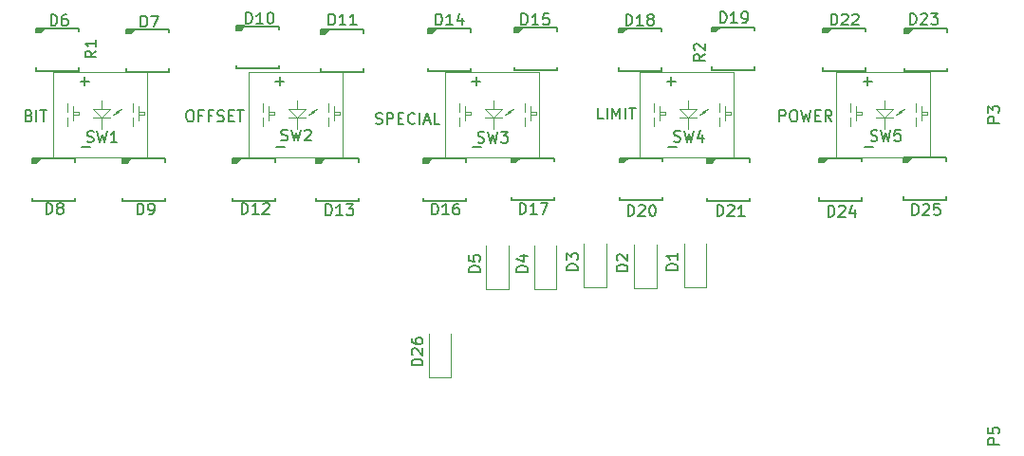
<source format=gbr>
G04 #@! TF.GenerationSoftware,KiCad,Pcbnew,(5.1.6)-1*
G04 #@! TF.CreationDate,2020-11-25T13:13:22+11:00*
G04 #@! TF.ProjectId,RWR_Control_Panel,5257525f-436f-46e7-9472-6f6c5f50616e,-*
G04 #@! TF.SameCoordinates,Original*
G04 #@! TF.FileFunction,Legend,Top*
G04 #@! TF.FilePolarity,Positive*
%FSLAX46Y46*%
G04 Gerber Fmt 4.6, Leading zero omitted, Abs format (unit mm)*
G04 Created by KiCad (PCBNEW (5.1.6)-1) date 2020-11-25 13:13:22*
%MOMM*%
%LPD*%
G01*
G04 APERTURE LIST*
%ADD10C,0.150000*%
%ADD11C,0.127000*%
%ADD12C,0.120000*%
G04 APERTURE END LIST*
D10*
X172499626Y-91822530D02*
X172499626Y-90822530D01*
X172880578Y-90822530D01*
X172975816Y-90870150D01*
X173023435Y-90917769D01*
X173071054Y-91013007D01*
X173071054Y-91155864D01*
X173023435Y-91251102D01*
X172975816Y-91298721D01*
X172880578Y-91346340D01*
X172499626Y-91346340D01*
X173690102Y-90822530D02*
X173880578Y-90822530D01*
X173975816Y-90870150D01*
X174071054Y-90965388D01*
X174118673Y-91155864D01*
X174118673Y-91489197D01*
X174071054Y-91679673D01*
X173975816Y-91774911D01*
X173880578Y-91822530D01*
X173690102Y-91822530D01*
X173594864Y-91774911D01*
X173499626Y-91679673D01*
X173452007Y-91489197D01*
X173452007Y-91155864D01*
X173499626Y-90965388D01*
X173594864Y-90870150D01*
X173690102Y-90822530D01*
X174452007Y-90822530D02*
X174690102Y-91822530D01*
X174880578Y-91108245D01*
X175071054Y-91822530D01*
X175309150Y-90822530D01*
X175690102Y-91298721D02*
X176023435Y-91298721D01*
X176166292Y-91822530D02*
X175690102Y-91822530D01*
X175690102Y-90822530D01*
X176166292Y-90822530D01*
X177166292Y-91822530D02*
X176832959Y-91346340D01*
X176594864Y-91822530D02*
X176594864Y-90822530D01*
X176975816Y-90822530D01*
X177071054Y-90870150D01*
X177118673Y-90917769D01*
X177166292Y-91013007D01*
X177166292Y-91155864D01*
X177118673Y-91251102D01*
X177071054Y-91298721D01*
X176975816Y-91346340D01*
X176594864Y-91346340D01*
X156799102Y-91593930D02*
X156322911Y-91593930D01*
X156322911Y-90593930D01*
X157132435Y-91593930D02*
X157132435Y-90593930D01*
X157608626Y-91593930D02*
X157608626Y-90593930D01*
X157941959Y-91308216D01*
X158275292Y-90593930D01*
X158275292Y-91593930D01*
X158751483Y-91593930D02*
X158751483Y-90593930D01*
X159084816Y-90593930D02*
X159656245Y-90593930D01*
X159370530Y-91593930D02*
X159370530Y-90593930D01*
X136490426Y-92003511D02*
X136633283Y-92051130D01*
X136871378Y-92051130D01*
X136966616Y-92003511D01*
X137014235Y-91955892D01*
X137061854Y-91860654D01*
X137061854Y-91765416D01*
X137014235Y-91670178D01*
X136966616Y-91622559D01*
X136871378Y-91574940D01*
X136680902Y-91527321D01*
X136585664Y-91479702D01*
X136538045Y-91432083D01*
X136490426Y-91336845D01*
X136490426Y-91241607D01*
X136538045Y-91146369D01*
X136585664Y-91098750D01*
X136680902Y-91051130D01*
X136918997Y-91051130D01*
X137061854Y-91098750D01*
X137490426Y-92051130D02*
X137490426Y-91051130D01*
X137871378Y-91051130D01*
X137966616Y-91098750D01*
X138014235Y-91146369D01*
X138061854Y-91241607D01*
X138061854Y-91384464D01*
X138014235Y-91479702D01*
X137966616Y-91527321D01*
X137871378Y-91574940D01*
X137490426Y-91574940D01*
X138490426Y-91527321D02*
X138823759Y-91527321D01*
X138966616Y-92051130D02*
X138490426Y-92051130D01*
X138490426Y-91051130D01*
X138966616Y-91051130D01*
X139966616Y-91955892D02*
X139918997Y-92003511D01*
X139776140Y-92051130D01*
X139680902Y-92051130D01*
X139538045Y-92003511D01*
X139442807Y-91908273D01*
X139395188Y-91813035D01*
X139347569Y-91622559D01*
X139347569Y-91479702D01*
X139395188Y-91289226D01*
X139442807Y-91193988D01*
X139538045Y-91098750D01*
X139680902Y-91051130D01*
X139776140Y-91051130D01*
X139918997Y-91098750D01*
X139966616Y-91146369D01*
X140395188Y-92051130D02*
X140395188Y-91051130D01*
X140823759Y-91765416D02*
X141299950Y-91765416D01*
X140728521Y-92051130D02*
X141061854Y-91051130D01*
X141395188Y-92051130D01*
X142204711Y-92051130D02*
X141728521Y-92051130D01*
X141728521Y-91051130D01*
X119842245Y-90822530D02*
X120032721Y-90822530D01*
X120127959Y-90870150D01*
X120223197Y-90965388D01*
X120270816Y-91155864D01*
X120270816Y-91489197D01*
X120223197Y-91679673D01*
X120127959Y-91774911D01*
X120032721Y-91822530D01*
X119842245Y-91822530D01*
X119747007Y-91774911D01*
X119651769Y-91679673D01*
X119604150Y-91489197D01*
X119604150Y-91155864D01*
X119651769Y-90965388D01*
X119747007Y-90870150D01*
X119842245Y-90822530D01*
X121032721Y-91298721D02*
X120699388Y-91298721D01*
X120699388Y-91822530D02*
X120699388Y-90822530D01*
X121175578Y-90822530D01*
X121889864Y-91298721D02*
X121556530Y-91298721D01*
X121556530Y-91822530D02*
X121556530Y-90822530D01*
X122032721Y-90822530D01*
X122366054Y-91774911D02*
X122508911Y-91822530D01*
X122747007Y-91822530D01*
X122842245Y-91774911D01*
X122889864Y-91727292D01*
X122937483Y-91632054D01*
X122937483Y-91536816D01*
X122889864Y-91441578D01*
X122842245Y-91393959D01*
X122747007Y-91346340D01*
X122556530Y-91298721D01*
X122461292Y-91251102D01*
X122413673Y-91203483D01*
X122366054Y-91108245D01*
X122366054Y-91013007D01*
X122413673Y-90917769D01*
X122461292Y-90870150D01*
X122556530Y-90822530D01*
X122794626Y-90822530D01*
X122937483Y-90870150D01*
X123366054Y-91298721D02*
X123699388Y-91298721D01*
X123842245Y-91822530D02*
X123366054Y-91822530D01*
X123366054Y-90822530D01*
X123842245Y-90822530D01*
X124127959Y-90822530D02*
X124699388Y-90822530D01*
X124413673Y-91822530D02*
X124413673Y-90822530D01*
X105554530Y-91298721D02*
X105697388Y-91346340D01*
X105745007Y-91393959D01*
X105792626Y-91489197D01*
X105792626Y-91632054D01*
X105745007Y-91727292D01*
X105697388Y-91774911D01*
X105602150Y-91822530D01*
X105221197Y-91822530D01*
X105221197Y-90822530D01*
X105554530Y-90822530D01*
X105649769Y-90870150D01*
X105697388Y-90917769D01*
X105745007Y-91013007D01*
X105745007Y-91108245D01*
X105697388Y-91203483D01*
X105649769Y-91251102D01*
X105554530Y-91298721D01*
X105221197Y-91298721D01*
X106221197Y-91822530D02*
X106221197Y-90822530D01*
X106554530Y-90822530D02*
X107125959Y-90822530D01*
X106840245Y-91822530D02*
X106840245Y-90822530D01*
D11*
X114238000Y-83891400D02*
X114238000Y-83591400D01*
X114238000Y-83591400D02*
X118038000Y-83591400D01*
X118038000Y-83591400D02*
X118038000Y-83891400D01*
X114238000Y-87091400D02*
X114238000Y-87391400D01*
X114238000Y-87391400D02*
X118038000Y-87391400D01*
X118038000Y-87391400D02*
X118038000Y-87091400D01*
G36*
X114233000Y-83586400D02*
G01*
X114233000Y-83967400D01*
X114614000Y-83967400D01*
X114995000Y-83586400D01*
X114233000Y-83586400D01*
G37*
X114233000Y-83586400D02*
X114233000Y-83967400D01*
X114614000Y-83967400D01*
X114995000Y-83586400D01*
X114233000Y-83586400D01*
X183575000Y-95344100D02*
X183575000Y-95044100D01*
X183575000Y-95044100D02*
X187375000Y-95044100D01*
X187375000Y-95044100D02*
X187375000Y-95344100D01*
X183575000Y-98544100D02*
X183575000Y-98844100D01*
X183575000Y-98844100D02*
X187375000Y-98844100D01*
X187375000Y-98844100D02*
X187375000Y-98544100D01*
G36*
X183570000Y-95039100D02*
G01*
X183570000Y-95420100D01*
X183951000Y-95420100D01*
X184332000Y-95039100D01*
X183570000Y-95039100D01*
G37*
X183570000Y-95039100D02*
X183570000Y-95420100D01*
X183951000Y-95420100D01*
X184332000Y-95039100D01*
X183570000Y-95039100D01*
X176061000Y-95394900D02*
X176061000Y-95094900D01*
X176061000Y-95094900D02*
X179861000Y-95094900D01*
X179861000Y-95094900D02*
X179861000Y-95394900D01*
X176061000Y-98594900D02*
X176061000Y-98894900D01*
X176061000Y-98894900D02*
X179861000Y-98894900D01*
X179861000Y-98894900D02*
X179861000Y-98594900D01*
G36*
X176056000Y-95089900D02*
G01*
X176056000Y-95470900D01*
X176437000Y-95470900D01*
X176818000Y-95089900D01*
X176056000Y-95089900D01*
G37*
X176056000Y-95089900D02*
X176056000Y-95470900D01*
X176437000Y-95470900D01*
X176818000Y-95089900D01*
X176056000Y-95089900D01*
X183653000Y-83851900D02*
X183653000Y-83551900D01*
X183653000Y-83551900D02*
X187453000Y-83551900D01*
X187453000Y-83551900D02*
X187453000Y-83851900D01*
X183653000Y-87051900D02*
X183653000Y-87351900D01*
X183653000Y-87351900D02*
X187453000Y-87351900D01*
X187453000Y-87351900D02*
X187453000Y-87051900D01*
G36*
X183648000Y-83546900D02*
G01*
X183648000Y-83927900D01*
X184029000Y-83927900D01*
X184410000Y-83546900D01*
X183648000Y-83546900D01*
G37*
X183648000Y-83546900D02*
X183648000Y-83927900D01*
X184029000Y-83927900D01*
X184410000Y-83546900D01*
X183648000Y-83546900D01*
X176389000Y-83801100D02*
X176389000Y-83501100D01*
X176389000Y-83501100D02*
X180189000Y-83501100D01*
X180189000Y-83501100D02*
X180189000Y-83801100D01*
X176389000Y-87001100D02*
X176389000Y-87301100D01*
X176389000Y-87301100D02*
X180189000Y-87301100D01*
X180189000Y-87301100D02*
X180189000Y-87001100D01*
G36*
X176384000Y-83496100D02*
G01*
X176384000Y-83877100D01*
X176765000Y-83877100D01*
X177146000Y-83496100D01*
X176384000Y-83496100D01*
G37*
X176384000Y-83496100D02*
X176384000Y-83877100D01*
X176765000Y-83877100D01*
X177146000Y-83496100D01*
X176384000Y-83496100D01*
X166077000Y-95434400D02*
X166077000Y-95134400D01*
X166077000Y-95134400D02*
X169877000Y-95134400D01*
X169877000Y-95134400D02*
X169877000Y-95434400D01*
X166077000Y-98634400D02*
X166077000Y-98934400D01*
X166077000Y-98934400D02*
X169877000Y-98934400D01*
X169877000Y-98934400D02*
X169877000Y-98634400D01*
G36*
X166072000Y-95129400D02*
G01*
X166072000Y-95510400D01*
X166453000Y-95510400D01*
X166834000Y-95129400D01*
X166072000Y-95129400D01*
G37*
X166072000Y-95129400D02*
X166072000Y-95510400D01*
X166453000Y-95510400D01*
X166834000Y-95129400D01*
X166072000Y-95129400D01*
X158253000Y-95383600D02*
X158253000Y-95083600D01*
X158253000Y-95083600D02*
X162053000Y-95083600D01*
X162053000Y-95083600D02*
X162053000Y-95383600D01*
X158253000Y-98583600D02*
X158253000Y-98883600D01*
X158253000Y-98883600D02*
X162053000Y-98883600D01*
X162053000Y-98883600D02*
X162053000Y-98583600D01*
G36*
X158248000Y-95078600D02*
G01*
X158248000Y-95459600D01*
X158629000Y-95459600D01*
X159010000Y-95078600D01*
X158248000Y-95078600D01*
G37*
X158248000Y-95078600D02*
X158248000Y-95459600D01*
X158629000Y-95459600D01*
X159010000Y-95078600D01*
X158248000Y-95078600D01*
X166460000Y-83710900D02*
X166460000Y-83410900D01*
X166460000Y-83410900D02*
X170260000Y-83410900D01*
X170260000Y-83410900D02*
X170260000Y-83710900D01*
X166460000Y-86910900D02*
X166460000Y-87210900D01*
X166460000Y-87210900D02*
X170260000Y-87210900D01*
X170260000Y-87210900D02*
X170260000Y-86910900D01*
G36*
X166455000Y-83405900D02*
G01*
X166455000Y-83786900D01*
X166836000Y-83786900D01*
X167217000Y-83405900D01*
X166455000Y-83405900D01*
G37*
X166455000Y-83405900D02*
X166455000Y-83786900D01*
X166836000Y-83786900D01*
X167217000Y-83405900D01*
X166455000Y-83405900D01*
X158152000Y-83801100D02*
X158152000Y-83501100D01*
X158152000Y-83501100D02*
X161952000Y-83501100D01*
X161952000Y-83501100D02*
X161952000Y-83801100D01*
X158152000Y-87001100D02*
X158152000Y-87301100D01*
X158152000Y-87301100D02*
X161952000Y-87301100D01*
X161952000Y-87301100D02*
X161952000Y-87001100D01*
G36*
X158147000Y-83496100D02*
G01*
X158147000Y-83877100D01*
X158528000Y-83877100D01*
X158909000Y-83496100D01*
X158147000Y-83496100D01*
G37*
X158147000Y-83496100D02*
X158147000Y-83877100D01*
X158528000Y-83877100D01*
X158909000Y-83496100D01*
X158147000Y-83496100D01*
X148601000Y-95383600D02*
X148601000Y-95083600D01*
X148601000Y-95083600D02*
X152401000Y-95083600D01*
X152401000Y-95083600D02*
X152401000Y-95383600D01*
X148601000Y-98583600D02*
X148601000Y-98883600D01*
X148601000Y-98883600D02*
X152401000Y-98883600D01*
X152401000Y-98883600D02*
X152401000Y-98583600D01*
G36*
X148596000Y-95078600D02*
G01*
X148596000Y-95459600D01*
X148977000Y-95459600D01*
X149358000Y-95078600D01*
X148596000Y-95078600D01*
G37*
X148596000Y-95078600D02*
X148596000Y-95459600D01*
X148977000Y-95459600D01*
X149358000Y-95078600D01*
X148596000Y-95078600D01*
X140755000Y-95445800D02*
X140755000Y-95145800D01*
X140755000Y-95145800D02*
X144555000Y-95145800D01*
X144555000Y-95145800D02*
X144555000Y-95445800D01*
X140755000Y-98645800D02*
X140755000Y-98945800D01*
X140755000Y-98945800D02*
X144555000Y-98945800D01*
X144555000Y-98945800D02*
X144555000Y-98645800D01*
G36*
X140750000Y-95140800D02*
G01*
X140750000Y-95521800D01*
X141131000Y-95521800D01*
X141512000Y-95140800D01*
X140750000Y-95140800D01*
G37*
X140750000Y-95140800D02*
X140750000Y-95521800D01*
X141131000Y-95521800D01*
X141512000Y-95140800D01*
X140750000Y-95140800D01*
X148833000Y-83761800D02*
X148833000Y-83461800D01*
X148833000Y-83461800D02*
X152633000Y-83461800D01*
X152633000Y-83461800D02*
X152633000Y-83761800D01*
X148833000Y-86961800D02*
X148833000Y-87261800D01*
X148833000Y-87261800D02*
X152633000Y-87261800D01*
X152633000Y-87261800D02*
X152633000Y-86961800D01*
G36*
X148828000Y-83456800D02*
G01*
X148828000Y-83837800D01*
X149209000Y-83837800D01*
X149590000Y-83456800D01*
X148828000Y-83456800D01*
G37*
X148828000Y-83456800D02*
X148828000Y-83837800D01*
X149209000Y-83837800D01*
X149590000Y-83456800D01*
X148828000Y-83456800D01*
X141134000Y-83851900D02*
X141134000Y-83551900D01*
X141134000Y-83551900D02*
X144934000Y-83551900D01*
X144934000Y-83551900D02*
X144934000Y-83851900D01*
X141134000Y-87051900D02*
X141134000Y-87351900D01*
X141134000Y-87351900D02*
X144934000Y-87351900D01*
X144934000Y-87351900D02*
X144934000Y-87051900D01*
G36*
X141129000Y-83546900D02*
G01*
X141129000Y-83927900D01*
X141510000Y-83927900D01*
X141891000Y-83546900D01*
X141129000Y-83546900D01*
G37*
X141129000Y-83546900D02*
X141129000Y-83927900D01*
X141510000Y-83927900D01*
X141891000Y-83546900D01*
X141129000Y-83546900D01*
X131177000Y-95434400D02*
X131177000Y-95134400D01*
X131177000Y-95134400D02*
X134977000Y-95134400D01*
X134977000Y-95134400D02*
X134977000Y-95434400D01*
X131177000Y-98634400D02*
X131177000Y-98934400D01*
X131177000Y-98934400D02*
X134977000Y-98934400D01*
X134977000Y-98934400D02*
X134977000Y-98634400D01*
G36*
X131172000Y-95129400D02*
G01*
X131172000Y-95510400D01*
X131553000Y-95510400D01*
X131934000Y-95129400D01*
X131172000Y-95129400D01*
G37*
X131172000Y-95129400D02*
X131172000Y-95510400D01*
X131553000Y-95510400D01*
X131934000Y-95129400D01*
X131172000Y-95129400D01*
X123709000Y-95434400D02*
X123709000Y-95134400D01*
X123709000Y-95134400D02*
X127509000Y-95134400D01*
X127509000Y-95134400D02*
X127509000Y-95434400D01*
X123709000Y-98634400D02*
X123709000Y-98934400D01*
X123709000Y-98934400D02*
X127509000Y-98934400D01*
X127509000Y-98934400D02*
X127509000Y-98634400D01*
G36*
X123704000Y-95129400D02*
G01*
X123704000Y-95510400D01*
X124085000Y-95510400D01*
X124466000Y-95129400D01*
X123704000Y-95129400D01*
G37*
X123704000Y-95129400D02*
X123704000Y-95510400D01*
X124085000Y-95510400D01*
X124466000Y-95129400D01*
X123704000Y-95129400D01*
X131561000Y-83914100D02*
X131561000Y-83614100D01*
X131561000Y-83614100D02*
X135361000Y-83614100D01*
X135361000Y-83614100D02*
X135361000Y-83914100D01*
X131561000Y-87114100D02*
X131561000Y-87414100D01*
X131561000Y-87414100D02*
X135361000Y-87414100D01*
X135361000Y-87414100D02*
X135361000Y-87114100D01*
G36*
X131556000Y-83609100D02*
G01*
X131556000Y-83990100D01*
X131937000Y-83990100D01*
X132318000Y-83609100D01*
X131556000Y-83609100D01*
G37*
X131556000Y-83609100D02*
X131556000Y-83990100D01*
X131937000Y-83990100D01*
X132318000Y-83609100D01*
X131556000Y-83609100D01*
X124088000Y-83609400D02*
X124088000Y-83309400D01*
X124088000Y-83309400D02*
X127888000Y-83309400D01*
X127888000Y-83309400D02*
X127888000Y-83609400D01*
X124088000Y-86809400D02*
X124088000Y-87109400D01*
X124088000Y-87109400D02*
X127888000Y-87109400D01*
X127888000Y-87109400D02*
X127888000Y-86809400D01*
G36*
X124083000Y-83304400D02*
G01*
X124083000Y-83685400D01*
X124464000Y-83685400D01*
X124845000Y-83304400D01*
X124083000Y-83304400D01*
G37*
X124083000Y-83304400D02*
X124083000Y-83685400D01*
X124464000Y-83685400D01*
X124845000Y-83304400D01*
X124083000Y-83304400D01*
X113905000Y-95434400D02*
X113905000Y-95134400D01*
X113905000Y-95134400D02*
X117705000Y-95134400D01*
X117705000Y-95134400D02*
X117705000Y-95434400D01*
X113905000Y-98634400D02*
X113905000Y-98934400D01*
X113905000Y-98934400D02*
X117705000Y-98934400D01*
X117705000Y-98934400D02*
X117705000Y-98634400D01*
G36*
X113900000Y-95129400D02*
G01*
X113900000Y-95510400D01*
X114281000Y-95510400D01*
X114662000Y-95129400D01*
X113900000Y-95129400D01*
G37*
X113900000Y-95129400D02*
X113900000Y-95510400D01*
X114281000Y-95510400D01*
X114662000Y-95129400D01*
X113900000Y-95129400D01*
X105828000Y-95434400D02*
X105828000Y-95134400D01*
X105828000Y-95134400D02*
X109628000Y-95134400D01*
X109628000Y-95134400D02*
X109628000Y-95434400D01*
X105828000Y-98634400D02*
X105828000Y-98934400D01*
X105828000Y-98934400D02*
X109628000Y-98934400D01*
X109628000Y-98934400D02*
X109628000Y-98634400D01*
G36*
X105823000Y-95129400D02*
G01*
X105823000Y-95510400D01*
X106204000Y-95510400D01*
X106585000Y-95129400D01*
X105823000Y-95129400D01*
G37*
X105823000Y-95129400D02*
X105823000Y-95510400D01*
X106204000Y-95510400D01*
X106585000Y-95129400D01*
X105823000Y-95129400D01*
X106211000Y-83789800D02*
X106211000Y-83489800D01*
X106211000Y-83489800D02*
X110011000Y-83489800D01*
X110011000Y-83489800D02*
X110011000Y-83789800D01*
X106211000Y-86989800D02*
X106211000Y-87289800D01*
X106211000Y-87289800D02*
X110011000Y-87289800D01*
X110011000Y-87289800D02*
X110011000Y-86989800D01*
G36*
X106206000Y-83484800D02*
G01*
X106206000Y-83865800D01*
X106587000Y-83865800D01*
X106968000Y-83484800D01*
X106206000Y-83484800D01*
G37*
X106206000Y-83484800D02*
X106206000Y-83865800D01*
X106587000Y-83865800D01*
X106968000Y-83484800D01*
X106206000Y-83484800D01*
D12*
X141221000Y-114652000D02*
X141221000Y-110752000D01*
X143221000Y-114652000D02*
X143221000Y-110752000D01*
X141221000Y-114652000D02*
X143221000Y-114652000D01*
X146352000Y-106776000D02*
X146352000Y-102876000D01*
X148352000Y-106776000D02*
X148352000Y-102876000D01*
X146352000Y-106776000D02*
X148352000Y-106776000D01*
X150606000Y-106776000D02*
X150606000Y-102876000D01*
X152606000Y-106776000D02*
X152606000Y-102876000D01*
X150606000Y-106776000D02*
X152606000Y-106776000D01*
X155064000Y-106624000D02*
X155064000Y-102724000D01*
X157064000Y-106624000D02*
X157064000Y-102724000D01*
X155064000Y-106624000D02*
X157064000Y-106624000D01*
X159522000Y-106701000D02*
X159522000Y-102801000D01*
X161522000Y-106701000D02*
X161522000Y-102801000D01*
X159522000Y-106701000D02*
X161522000Y-106701000D01*
X163979000Y-106600000D02*
X163979000Y-102700000D01*
X165979000Y-106600000D02*
X165979000Y-102700000D01*
X163979000Y-106600000D02*
X165979000Y-106600000D01*
X177578000Y-87407800D02*
X178848000Y-87407800D01*
X177576000Y-95027800D02*
X177578000Y-87407800D01*
X185966000Y-95027800D02*
X177584000Y-95027800D01*
X185960000Y-87407800D02*
X185946000Y-95027800D01*
X177832000Y-87407800D02*
X185960000Y-87407800D01*
X185706000Y-91217800D02*
X185198000Y-91217800D01*
X184690000Y-90201800D02*
X184690000Y-90963800D01*
X185706000Y-90963800D02*
X185706000Y-91217800D01*
X185198000Y-90455800D02*
X185198000Y-91725800D01*
X184690000Y-91471800D02*
X184690000Y-92233800D01*
X185198000Y-90963800D02*
X185706000Y-90963800D01*
X179864000Y-91217800D02*
X179356000Y-91217800D01*
X179864000Y-90963800D02*
X179864000Y-91217800D01*
X179356000Y-90963800D02*
X179864000Y-90963800D01*
X179356000Y-90455800D02*
X179356000Y-91725800D01*
X178848000Y-91471800D02*
X178848000Y-92233800D01*
X178848000Y-90201800D02*
X178848000Y-90963800D01*
X183420000Y-90963800D02*
X182912000Y-91217800D01*
X183166000Y-90963800D02*
X183420000Y-90963800D01*
X183674000Y-90709800D02*
X183166000Y-90963800D01*
X181896000Y-91471800D02*
X181896000Y-92487800D01*
X181134000Y-91471800D02*
X181896000Y-91471800D01*
X182658000Y-91471800D02*
X181134000Y-91471800D01*
X181134000Y-90709800D02*
X181896000Y-90709800D01*
X181896000Y-91471800D02*
X181134000Y-90709800D01*
X182658000Y-90709800D02*
X181896000Y-91471800D01*
X181896000Y-90709800D02*
X182658000Y-90709800D01*
X181896000Y-89947800D02*
X181896000Y-90709800D01*
X160052000Y-87407800D02*
X161322000Y-87407800D01*
X160050000Y-95027800D02*
X160052000Y-87407800D01*
X168440000Y-95027800D02*
X160058000Y-95027800D01*
X168434000Y-87407800D02*
X168420000Y-95027800D01*
X160306000Y-87407800D02*
X168434000Y-87407800D01*
X168180000Y-91217800D02*
X167672000Y-91217800D01*
X167164000Y-90201800D02*
X167164000Y-90963800D01*
X168180000Y-90963800D02*
X168180000Y-91217800D01*
X167672000Y-90455800D02*
X167672000Y-91725800D01*
X167164000Y-91471800D02*
X167164000Y-92233800D01*
X167672000Y-90963800D02*
X168180000Y-90963800D01*
X162338000Y-91217800D02*
X161830000Y-91217800D01*
X162338000Y-90963800D02*
X162338000Y-91217800D01*
X161830000Y-90963800D02*
X162338000Y-90963800D01*
X161830000Y-90455800D02*
X161830000Y-91725800D01*
X161322000Y-91471800D02*
X161322000Y-92233800D01*
X161322000Y-90201800D02*
X161322000Y-90963800D01*
X165894000Y-90963800D02*
X165386000Y-91217800D01*
X165640000Y-90963800D02*
X165894000Y-90963800D01*
X166148000Y-90709800D02*
X165640000Y-90963800D01*
X164370000Y-91471800D02*
X164370000Y-92487800D01*
X163608000Y-91471800D02*
X164370000Y-91471800D01*
X165132000Y-91471800D02*
X163608000Y-91471800D01*
X163608000Y-90709800D02*
X164370000Y-90709800D01*
X164370000Y-91471800D02*
X163608000Y-90709800D01*
X165132000Y-90709800D02*
X164370000Y-91471800D01*
X164370000Y-90709800D02*
X165132000Y-90709800D01*
X164370000Y-89947800D02*
X164370000Y-90709800D01*
X142653000Y-87407800D02*
X143923000Y-87407800D01*
X142651000Y-95027800D02*
X142653000Y-87407800D01*
X151041000Y-95027800D02*
X142659000Y-95027800D01*
X151035000Y-87407800D02*
X151021000Y-95027800D01*
X142907000Y-87407800D02*
X151035000Y-87407800D01*
X150781000Y-91217800D02*
X150273000Y-91217800D01*
X149765000Y-90201800D02*
X149765000Y-90963800D01*
X150781000Y-90963800D02*
X150781000Y-91217800D01*
X150273000Y-90455800D02*
X150273000Y-91725800D01*
X149765000Y-91471800D02*
X149765000Y-92233800D01*
X150273000Y-90963800D02*
X150781000Y-90963800D01*
X144939000Y-91217800D02*
X144431000Y-91217800D01*
X144939000Y-90963800D02*
X144939000Y-91217800D01*
X144431000Y-90963800D02*
X144939000Y-90963800D01*
X144431000Y-90455800D02*
X144431000Y-91725800D01*
X143923000Y-91471800D02*
X143923000Y-92233800D01*
X143923000Y-90201800D02*
X143923000Y-90963800D01*
X148495000Y-90963800D02*
X147987000Y-91217800D01*
X148241000Y-90963800D02*
X148495000Y-90963800D01*
X148749000Y-90709800D02*
X148241000Y-90963800D01*
X146971000Y-91471800D02*
X146971000Y-92487800D01*
X146209000Y-91471800D02*
X146971000Y-91471800D01*
X147733000Y-91471800D02*
X146209000Y-91471800D01*
X146209000Y-90709800D02*
X146971000Y-90709800D01*
X146971000Y-91471800D02*
X146209000Y-90709800D01*
X147733000Y-90709800D02*
X146971000Y-91471800D01*
X146971000Y-90709800D02*
X147733000Y-90709800D01*
X146971000Y-89947800D02*
X146971000Y-90709800D01*
X125127000Y-87407800D02*
X126397000Y-87407800D01*
X125125000Y-95027800D02*
X125127000Y-87407800D01*
X133515000Y-95027800D02*
X125133000Y-95027800D01*
X133509000Y-87407800D02*
X133495000Y-95027800D01*
X125381000Y-87407800D02*
X133509000Y-87407800D01*
X133255000Y-91217800D02*
X132747000Y-91217800D01*
X132239000Y-90201800D02*
X132239000Y-90963800D01*
X133255000Y-90963800D02*
X133255000Y-91217800D01*
X132747000Y-90455800D02*
X132747000Y-91725800D01*
X132239000Y-91471800D02*
X132239000Y-92233800D01*
X132747000Y-90963800D02*
X133255000Y-90963800D01*
X127413000Y-91217800D02*
X126905000Y-91217800D01*
X127413000Y-90963800D02*
X127413000Y-91217800D01*
X126905000Y-90963800D02*
X127413000Y-90963800D01*
X126905000Y-90455800D02*
X126905000Y-91725800D01*
X126397000Y-91471800D02*
X126397000Y-92233800D01*
X126397000Y-90201800D02*
X126397000Y-90963800D01*
X130969000Y-90963800D02*
X130461000Y-91217800D01*
X130715000Y-90963800D02*
X130969000Y-90963800D01*
X131223000Y-90709800D02*
X130715000Y-90963800D01*
X129445000Y-91471800D02*
X129445000Y-92487800D01*
X128683000Y-91471800D02*
X129445000Y-91471800D01*
X130207000Y-91471800D02*
X128683000Y-91471800D01*
X128683000Y-90709800D02*
X129445000Y-90709800D01*
X129445000Y-91471800D02*
X128683000Y-90709800D01*
X130207000Y-90709800D02*
X129445000Y-91471800D01*
X129445000Y-90709800D02*
X130207000Y-90709800D01*
X129445000Y-89947800D02*
X129445000Y-90709800D01*
X107728000Y-87407800D02*
X108998000Y-87407800D01*
X107726000Y-95027800D02*
X107728000Y-87407800D01*
X116116000Y-95027800D02*
X107734000Y-95027800D01*
X116110000Y-87407800D02*
X116096000Y-95027800D01*
X107982000Y-87407800D02*
X116110000Y-87407800D01*
X115856000Y-91217800D02*
X115348000Y-91217800D01*
X114840000Y-90201800D02*
X114840000Y-90963800D01*
X115856000Y-90963800D02*
X115856000Y-91217800D01*
X115348000Y-90455800D02*
X115348000Y-91725800D01*
X114840000Y-91471800D02*
X114840000Y-92233800D01*
X115348000Y-90963800D02*
X115856000Y-90963800D01*
X110014000Y-91217800D02*
X109506000Y-91217800D01*
X110014000Y-90963800D02*
X110014000Y-91217800D01*
X109506000Y-90963800D02*
X110014000Y-90963800D01*
X109506000Y-90455800D02*
X109506000Y-91725800D01*
X108998000Y-91471800D02*
X108998000Y-92233800D01*
X108998000Y-90201800D02*
X108998000Y-90963800D01*
X113570000Y-90963800D02*
X113062000Y-91217800D01*
X113316000Y-90963800D02*
X113570000Y-90963800D01*
X113824000Y-90709800D02*
X113316000Y-90963800D01*
X112046000Y-91471800D02*
X112046000Y-92487800D01*
X111284000Y-91471800D02*
X112046000Y-91471800D01*
X112808000Y-91471800D02*
X111284000Y-91471800D01*
X111284000Y-90709800D02*
X112046000Y-90709800D01*
X112046000Y-91471800D02*
X111284000Y-90709800D01*
X112808000Y-90709800D02*
X112046000Y-91471800D01*
X112046000Y-90709800D02*
X112808000Y-90709800D01*
X112046000Y-89947800D02*
X112046000Y-90709800D01*
D10*
X115526904Y-83378380D02*
X115526904Y-82378380D01*
X115765000Y-82378380D01*
X115907857Y-82426000D01*
X116003095Y-82521238D01*
X116050714Y-82616476D01*
X116098333Y-82806952D01*
X116098333Y-82949809D01*
X116050714Y-83140285D01*
X116003095Y-83235523D01*
X115907857Y-83330761D01*
X115765000Y-83378380D01*
X115526904Y-83378380D01*
X116431666Y-82378380D02*
X117098333Y-82378380D01*
X116669761Y-83378380D01*
X184364464Y-100179130D02*
X184364464Y-99179130D01*
X184602559Y-99179130D01*
X184745416Y-99226750D01*
X184840654Y-99321988D01*
X184888273Y-99417226D01*
X184935892Y-99607702D01*
X184935892Y-99750559D01*
X184888273Y-99941035D01*
X184840654Y-100036273D01*
X184745416Y-100131511D01*
X184602559Y-100179130D01*
X184364464Y-100179130D01*
X185316845Y-99274369D02*
X185364464Y-99226750D01*
X185459702Y-99179130D01*
X185697797Y-99179130D01*
X185793035Y-99226750D01*
X185840654Y-99274369D01*
X185888273Y-99369607D01*
X185888273Y-99464845D01*
X185840654Y-99607702D01*
X185269226Y-100179130D01*
X185888273Y-100179130D01*
X186793035Y-99179130D02*
X186316845Y-99179130D01*
X186269226Y-99655321D01*
X186316845Y-99607702D01*
X186412083Y-99560083D01*
X186650178Y-99560083D01*
X186745416Y-99607702D01*
X186793035Y-99655321D01*
X186840654Y-99750559D01*
X186840654Y-99988654D01*
X186793035Y-100083892D01*
X186745416Y-100131511D01*
X186650178Y-100179130D01*
X186412083Y-100179130D01*
X186316845Y-100131511D01*
X186269226Y-100083892D01*
X176846064Y-100331530D02*
X176846064Y-99331530D01*
X177084159Y-99331530D01*
X177227016Y-99379150D01*
X177322254Y-99474388D01*
X177369873Y-99569626D01*
X177417492Y-99760102D01*
X177417492Y-99902959D01*
X177369873Y-100093435D01*
X177322254Y-100188673D01*
X177227016Y-100283911D01*
X177084159Y-100331530D01*
X176846064Y-100331530D01*
X177798445Y-99426769D02*
X177846064Y-99379150D01*
X177941302Y-99331530D01*
X178179397Y-99331530D01*
X178274635Y-99379150D01*
X178322254Y-99426769D01*
X178369873Y-99522007D01*
X178369873Y-99617245D01*
X178322254Y-99760102D01*
X177750826Y-100331530D01*
X178369873Y-100331530D01*
X179227016Y-99664864D02*
X179227016Y-100331530D01*
X178988921Y-99283911D02*
X178750826Y-99998197D01*
X179369873Y-99998197D01*
X184161264Y-83161130D02*
X184161264Y-82161130D01*
X184399359Y-82161130D01*
X184542216Y-82208750D01*
X184637454Y-82303988D01*
X184685073Y-82399226D01*
X184732692Y-82589702D01*
X184732692Y-82732559D01*
X184685073Y-82923035D01*
X184637454Y-83018273D01*
X184542216Y-83113511D01*
X184399359Y-83161130D01*
X184161264Y-83161130D01*
X185113645Y-82256369D02*
X185161264Y-82208750D01*
X185256502Y-82161130D01*
X185494597Y-82161130D01*
X185589835Y-82208750D01*
X185637454Y-82256369D01*
X185685073Y-82351607D01*
X185685073Y-82446845D01*
X185637454Y-82589702D01*
X185066026Y-83161130D01*
X185685073Y-83161130D01*
X186018407Y-82161130D02*
X186637454Y-82161130D01*
X186304121Y-82542083D01*
X186446978Y-82542083D01*
X186542216Y-82589702D01*
X186589835Y-82637321D01*
X186637454Y-82732559D01*
X186637454Y-82970654D01*
X186589835Y-83065892D01*
X186542216Y-83113511D01*
X186446978Y-83161130D01*
X186161264Y-83161130D01*
X186066026Y-83113511D01*
X186018407Y-83065892D01*
X177100064Y-83211930D02*
X177100064Y-82211930D01*
X177338159Y-82211930D01*
X177481016Y-82259550D01*
X177576254Y-82354788D01*
X177623873Y-82450026D01*
X177671492Y-82640502D01*
X177671492Y-82783359D01*
X177623873Y-82973835D01*
X177576254Y-83069073D01*
X177481016Y-83164311D01*
X177338159Y-83211930D01*
X177100064Y-83211930D01*
X178052445Y-82307169D02*
X178100064Y-82259550D01*
X178195302Y-82211930D01*
X178433397Y-82211930D01*
X178528635Y-82259550D01*
X178576254Y-82307169D01*
X178623873Y-82402407D01*
X178623873Y-82497645D01*
X178576254Y-82640502D01*
X178004826Y-83211930D01*
X178623873Y-83211930D01*
X179004826Y-82307169D02*
X179052445Y-82259550D01*
X179147683Y-82211930D01*
X179385778Y-82211930D01*
X179481016Y-82259550D01*
X179528635Y-82307169D01*
X179576254Y-82402407D01*
X179576254Y-82497645D01*
X179528635Y-82640502D01*
X178957207Y-83211930D01*
X179576254Y-83211930D01*
X166940064Y-100280730D02*
X166940064Y-99280730D01*
X167178159Y-99280730D01*
X167321016Y-99328350D01*
X167416254Y-99423588D01*
X167463873Y-99518826D01*
X167511492Y-99709302D01*
X167511492Y-99852159D01*
X167463873Y-100042635D01*
X167416254Y-100137873D01*
X167321016Y-100233111D01*
X167178159Y-100280730D01*
X166940064Y-100280730D01*
X167892445Y-99375969D02*
X167940064Y-99328350D01*
X168035302Y-99280730D01*
X168273397Y-99280730D01*
X168368635Y-99328350D01*
X168416254Y-99375969D01*
X168463873Y-99471207D01*
X168463873Y-99566445D01*
X168416254Y-99709302D01*
X167844826Y-100280730D01*
X168463873Y-100280730D01*
X169416254Y-100280730D02*
X168844826Y-100280730D01*
X169130540Y-100280730D02*
X169130540Y-99280730D01*
X169035302Y-99423588D01*
X168940064Y-99518826D01*
X168844826Y-99566445D01*
X158989864Y-100280730D02*
X158989864Y-99280730D01*
X159227959Y-99280730D01*
X159370816Y-99328350D01*
X159466054Y-99423588D01*
X159513673Y-99518826D01*
X159561292Y-99709302D01*
X159561292Y-99852159D01*
X159513673Y-100042635D01*
X159466054Y-100137873D01*
X159370816Y-100233111D01*
X159227959Y-100280730D01*
X158989864Y-100280730D01*
X159942245Y-99375969D02*
X159989864Y-99328350D01*
X160085102Y-99280730D01*
X160323197Y-99280730D01*
X160418435Y-99328350D01*
X160466054Y-99375969D01*
X160513673Y-99471207D01*
X160513673Y-99566445D01*
X160466054Y-99709302D01*
X159894626Y-100280730D01*
X160513673Y-100280730D01*
X161132721Y-99280730D02*
X161227959Y-99280730D01*
X161323197Y-99328350D01*
X161370816Y-99375969D01*
X161418435Y-99471207D01*
X161466054Y-99661683D01*
X161466054Y-99899778D01*
X161418435Y-100090254D01*
X161370816Y-100185492D01*
X161323197Y-100233111D01*
X161227959Y-100280730D01*
X161132721Y-100280730D01*
X161037483Y-100233111D01*
X160989864Y-100185492D01*
X160942245Y-100090254D01*
X160894626Y-99899778D01*
X160894626Y-99661683D01*
X160942245Y-99471207D01*
X160989864Y-99375969D01*
X161037483Y-99328350D01*
X161132721Y-99280730D01*
X167219464Y-83034130D02*
X167219464Y-82034130D01*
X167457559Y-82034130D01*
X167600416Y-82081750D01*
X167695654Y-82176988D01*
X167743273Y-82272226D01*
X167790892Y-82462702D01*
X167790892Y-82605559D01*
X167743273Y-82796035D01*
X167695654Y-82891273D01*
X167600416Y-82986511D01*
X167457559Y-83034130D01*
X167219464Y-83034130D01*
X168743273Y-83034130D02*
X168171845Y-83034130D01*
X168457559Y-83034130D02*
X168457559Y-82034130D01*
X168362321Y-82176988D01*
X168267083Y-82272226D01*
X168171845Y-82319845D01*
X169219464Y-83034130D02*
X169409940Y-83034130D01*
X169505178Y-82986511D01*
X169552797Y-82938892D01*
X169648035Y-82796035D01*
X169695654Y-82605559D01*
X169695654Y-82224607D01*
X169648035Y-82129369D01*
X169600416Y-82081750D01*
X169505178Y-82034130D01*
X169314702Y-82034130D01*
X169219464Y-82081750D01*
X169171845Y-82129369D01*
X169124226Y-82224607D01*
X169124226Y-82462702D01*
X169171845Y-82557940D01*
X169219464Y-82605559D01*
X169314702Y-82653178D01*
X169505178Y-82653178D01*
X169600416Y-82605559D01*
X169648035Y-82557940D01*
X169695654Y-82462702D01*
X158812064Y-83262730D02*
X158812064Y-82262730D01*
X159050159Y-82262730D01*
X159193016Y-82310350D01*
X159288254Y-82405588D01*
X159335873Y-82500826D01*
X159383492Y-82691302D01*
X159383492Y-82834159D01*
X159335873Y-83024635D01*
X159288254Y-83119873D01*
X159193016Y-83215111D01*
X159050159Y-83262730D01*
X158812064Y-83262730D01*
X160335873Y-83262730D02*
X159764445Y-83262730D01*
X160050159Y-83262730D02*
X160050159Y-82262730D01*
X159954921Y-82405588D01*
X159859683Y-82500826D01*
X159764445Y-82548445D01*
X160907302Y-82691302D02*
X160812064Y-82643683D01*
X160764445Y-82596064D01*
X160716826Y-82500826D01*
X160716826Y-82453207D01*
X160764445Y-82357969D01*
X160812064Y-82310350D01*
X160907302Y-82262730D01*
X161097778Y-82262730D01*
X161193016Y-82310350D01*
X161240635Y-82357969D01*
X161288254Y-82453207D01*
X161288254Y-82500826D01*
X161240635Y-82596064D01*
X161193016Y-82643683D01*
X161097778Y-82691302D01*
X160907302Y-82691302D01*
X160812064Y-82738921D01*
X160764445Y-82786540D01*
X160716826Y-82881778D01*
X160716826Y-83072254D01*
X160764445Y-83167492D01*
X160812064Y-83215111D01*
X160907302Y-83262730D01*
X161097778Y-83262730D01*
X161193016Y-83215111D01*
X161240635Y-83167492D01*
X161288254Y-83072254D01*
X161288254Y-82881778D01*
X161240635Y-82786540D01*
X161193016Y-82738921D01*
X161097778Y-82691302D01*
X149337864Y-100102930D02*
X149337864Y-99102930D01*
X149575959Y-99102930D01*
X149718816Y-99150550D01*
X149814054Y-99245788D01*
X149861673Y-99341026D01*
X149909292Y-99531502D01*
X149909292Y-99674359D01*
X149861673Y-99864835D01*
X149814054Y-99960073D01*
X149718816Y-100055311D01*
X149575959Y-100102930D01*
X149337864Y-100102930D01*
X150861673Y-100102930D02*
X150290245Y-100102930D01*
X150575959Y-100102930D02*
X150575959Y-99102930D01*
X150480721Y-99245788D01*
X150385483Y-99341026D01*
X150290245Y-99388645D01*
X151195007Y-99102930D02*
X151861673Y-99102930D01*
X151433102Y-100102930D01*
X141489264Y-100153730D02*
X141489264Y-99153730D01*
X141727359Y-99153730D01*
X141870216Y-99201350D01*
X141965454Y-99296588D01*
X142013073Y-99391826D01*
X142060692Y-99582302D01*
X142060692Y-99725159D01*
X142013073Y-99915635D01*
X141965454Y-100010873D01*
X141870216Y-100106111D01*
X141727359Y-100153730D01*
X141489264Y-100153730D01*
X143013073Y-100153730D02*
X142441645Y-100153730D01*
X142727359Y-100153730D02*
X142727359Y-99153730D01*
X142632121Y-99296588D01*
X142536883Y-99391826D01*
X142441645Y-99439445D01*
X143870216Y-99153730D02*
X143679740Y-99153730D01*
X143584502Y-99201350D01*
X143536883Y-99248969D01*
X143441645Y-99391826D01*
X143394026Y-99582302D01*
X143394026Y-99963254D01*
X143441645Y-100058492D01*
X143489264Y-100106111D01*
X143584502Y-100153730D01*
X143774978Y-100153730D01*
X143870216Y-100106111D01*
X143917835Y-100058492D01*
X143965454Y-99963254D01*
X143965454Y-99725159D01*
X143917835Y-99629921D01*
X143870216Y-99582302D01*
X143774978Y-99534683D01*
X143584502Y-99534683D01*
X143489264Y-99582302D01*
X143441645Y-99629921D01*
X143394026Y-99725159D01*
X149490264Y-83186530D02*
X149490264Y-82186530D01*
X149728359Y-82186530D01*
X149871216Y-82234150D01*
X149966454Y-82329388D01*
X150014073Y-82424626D01*
X150061692Y-82615102D01*
X150061692Y-82757959D01*
X150014073Y-82948435D01*
X149966454Y-83043673D01*
X149871216Y-83138911D01*
X149728359Y-83186530D01*
X149490264Y-83186530D01*
X151014073Y-83186530D02*
X150442645Y-83186530D01*
X150728359Y-83186530D02*
X150728359Y-82186530D01*
X150633121Y-82329388D01*
X150537883Y-82424626D01*
X150442645Y-82472245D01*
X151918835Y-82186530D02*
X151442645Y-82186530D01*
X151395026Y-82662721D01*
X151442645Y-82615102D01*
X151537883Y-82567483D01*
X151775978Y-82567483D01*
X151871216Y-82615102D01*
X151918835Y-82662721D01*
X151966454Y-82757959D01*
X151966454Y-82996054D01*
X151918835Y-83091292D01*
X151871216Y-83138911D01*
X151775978Y-83186530D01*
X151537883Y-83186530D01*
X151442645Y-83138911D01*
X151395026Y-83091292D01*
X141844864Y-83211930D02*
X141844864Y-82211930D01*
X142082959Y-82211930D01*
X142225816Y-82259550D01*
X142321054Y-82354788D01*
X142368673Y-82450026D01*
X142416292Y-82640502D01*
X142416292Y-82783359D01*
X142368673Y-82973835D01*
X142321054Y-83069073D01*
X142225816Y-83164311D01*
X142082959Y-83211930D01*
X141844864Y-83211930D01*
X143368673Y-83211930D02*
X142797245Y-83211930D01*
X143082959Y-83211930D02*
X143082959Y-82211930D01*
X142987721Y-82354788D01*
X142892483Y-82450026D01*
X142797245Y-82497645D01*
X144225816Y-82545264D02*
X144225816Y-83211930D01*
X143987721Y-82164311D02*
X143749626Y-82878597D01*
X144368673Y-82878597D01*
X132015064Y-100204530D02*
X132015064Y-99204530D01*
X132253159Y-99204530D01*
X132396016Y-99252150D01*
X132491254Y-99347388D01*
X132538873Y-99442626D01*
X132586492Y-99633102D01*
X132586492Y-99775959D01*
X132538873Y-99966435D01*
X132491254Y-100061673D01*
X132396016Y-100156911D01*
X132253159Y-100204530D01*
X132015064Y-100204530D01*
X133538873Y-100204530D02*
X132967445Y-100204530D01*
X133253159Y-100204530D02*
X133253159Y-99204530D01*
X133157921Y-99347388D01*
X133062683Y-99442626D01*
X132967445Y-99490245D01*
X133872207Y-99204530D02*
X134491254Y-99204530D01*
X134157921Y-99585483D01*
X134300778Y-99585483D01*
X134396016Y-99633102D01*
X134443635Y-99680721D01*
X134491254Y-99775959D01*
X134491254Y-100014054D01*
X134443635Y-100109292D01*
X134396016Y-100156911D01*
X134300778Y-100204530D01*
X134015064Y-100204530D01*
X133919826Y-100156911D01*
X133872207Y-100109292D01*
X124521714Y-100102930D02*
X124521714Y-99102930D01*
X124759809Y-99102930D01*
X124902666Y-99150550D01*
X124997904Y-99245788D01*
X125045523Y-99341026D01*
X125093142Y-99531502D01*
X125093142Y-99674359D01*
X125045523Y-99864835D01*
X124997904Y-99960073D01*
X124902666Y-100055311D01*
X124759809Y-100102930D01*
X124521714Y-100102930D01*
X126045523Y-100102930D02*
X125474095Y-100102930D01*
X125759809Y-100102930D02*
X125759809Y-99102930D01*
X125664571Y-99245788D01*
X125569333Y-99341026D01*
X125474095Y-99388645D01*
X126426476Y-99198169D02*
X126474095Y-99150550D01*
X126569333Y-99102930D01*
X126807428Y-99102930D01*
X126902666Y-99150550D01*
X126950285Y-99198169D01*
X126997904Y-99293407D01*
X126997904Y-99388645D01*
X126950285Y-99531502D01*
X126378857Y-100102930D01*
X126997904Y-100102930D01*
X132294464Y-83211930D02*
X132294464Y-82211930D01*
X132532559Y-82211930D01*
X132675416Y-82259550D01*
X132770654Y-82354788D01*
X132818273Y-82450026D01*
X132865892Y-82640502D01*
X132865892Y-82783359D01*
X132818273Y-82973835D01*
X132770654Y-83069073D01*
X132675416Y-83164311D01*
X132532559Y-83211930D01*
X132294464Y-83211930D01*
X133818273Y-83211930D02*
X133246845Y-83211930D01*
X133532559Y-83211930D02*
X133532559Y-82211930D01*
X133437321Y-82354788D01*
X133342083Y-82450026D01*
X133246845Y-82497645D01*
X134770654Y-83211930D02*
X134199226Y-83211930D01*
X134484940Y-83211930D02*
X134484940Y-82211930D01*
X134389702Y-82354788D01*
X134294464Y-82450026D01*
X134199226Y-82497645D01*
X124900714Y-83096380D02*
X124900714Y-82096380D01*
X125138809Y-82096380D01*
X125281666Y-82144000D01*
X125376904Y-82239238D01*
X125424523Y-82334476D01*
X125472142Y-82524952D01*
X125472142Y-82667809D01*
X125424523Y-82858285D01*
X125376904Y-82953523D01*
X125281666Y-83048761D01*
X125138809Y-83096380D01*
X124900714Y-83096380D01*
X126424523Y-83096380D02*
X125853095Y-83096380D01*
X126138809Y-83096380D02*
X126138809Y-82096380D01*
X126043571Y-82239238D01*
X125948333Y-82334476D01*
X125853095Y-82382095D01*
X127043571Y-82096380D02*
X127138809Y-82096380D01*
X127234047Y-82144000D01*
X127281666Y-82191619D01*
X127329285Y-82286857D01*
X127376904Y-82477333D01*
X127376904Y-82715428D01*
X127329285Y-82905904D01*
X127281666Y-83001142D01*
X127234047Y-83048761D01*
X127138809Y-83096380D01*
X127043571Y-83096380D01*
X126948333Y-83048761D01*
X126900714Y-83001142D01*
X126853095Y-82905904D01*
X126805476Y-82715428D01*
X126805476Y-82477333D01*
X126853095Y-82286857D01*
X126900714Y-82191619D01*
X126948333Y-82144000D01*
X127043571Y-82096380D01*
X115219254Y-100153730D02*
X115219254Y-99153730D01*
X115457350Y-99153730D01*
X115600207Y-99201350D01*
X115695445Y-99296588D01*
X115743064Y-99391826D01*
X115790683Y-99582302D01*
X115790683Y-99725159D01*
X115743064Y-99915635D01*
X115695445Y-100010873D01*
X115600207Y-100106111D01*
X115457350Y-100153730D01*
X115219254Y-100153730D01*
X116266873Y-100153730D02*
X116457350Y-100153730D01*
X116552588Y-100106111D01*
X116600207Y-100058492D01*
X116695445Y-99915635D01*
X116743064Y-99725159D01*
X116743064Y-99344207D01*
X116695445Y-99248969D01*
X116647826Y-99201350D01*
X116552588Y-99153730D01*
X116362111Y-99153730D01*
X116266873Y-99201350D01*
X116219254Y-99248969D01*
X116171635Y-99344207D01*
X116171635Y-99582302D01*
X116219254Y-99677540D01*
X116266873Y-99725159D01*
X116362111Y-99772778D01*
X116552588Y-99772778D01*
X116647826Y-99725159D01*
X116695445Y-99677540D01*
X116743064Y-99582302D01*
X107091254Y-100102930D02*
X107091254Y-99102930D01*
X107329350Y-99102930D01*
X107472207Y-99150550D01*
X107567445Y-99245788D01*
X107615064Y-99341026D01*
X107662683Y-99531502D01*
X107662683Y-99674359D01*
X107615064Y-99864835D01*
X107567445Y-99960073D01*
X107472207Y-100055311D01*
X107329350Y-100102930D01*
X107091254Y-100102930D01*
X108234111Y-99531502D02*
X108138873Y-99483883D01*
X108091254Y-99436264D01*
X108043635Y-99341026D01*
X108043635Y-99293407D01*
X108091254Y-99198169D01*
X108138873Y-99150550D01*
X108234111Y-99102930D01*
X108424588Y-99102930D01*
X108519826Y-99150550D01*
X108567445Y-99198169D01*
X108615064Y-99293407D01*
X108615064Y-99341026D01*
X108567445Y-99436264D01*
X108519826Y-99483883D01*
X108424588Y-99531502D01*
X108234111Y-99531502D01*
X108138873Y-99579121D01*
X108091254Y-99626740D01*
X108043635Y-99721978D01*
X108043635Y-99912454D01*
X108091254Y-100007692D01*
X108138873Y-100055311D01*
X108234111Y-100102930D01*
X108424588Y-100102930D01*
X108519826Y-100055311D01*
X108567445Y-100007692D01*
X108615064Y-99912454D01*
X108615064Y-99721978D01*
X108567445Y-99626740D01*
X108519826Y-99579121D01*
X108424588Y-99531502D01*
X107499904Y-83276780D02*
X107499904Y-82276780D01*
X107738000Y-82276780D01*
X107880857Y-82324400D01*
X107976095Y-82419638D01*
X108023714Y-82514876D01*
X108071333Y-82705352D01*
X108071333Y-82848209D01*
X108023714Y-83038685D01*
X107976095Y-83133923D01*
X107880857Y-83229161D01*
X107738000Y-83276780D01*
X107499904Y-83276780D01*
X108928476Y-82276780D02*
X108738000Y-82276780D01*
X108642761Y-82324400D01*
X108595142Y-82372019D01*
X108499904Y-82514876D01*
X108452285Y-82705352D01*
X108452285Y-83086304D01*
X108499904Y-83181542D01*
X108547523Y-83229161D01*
X108642761Y-83276780D01*
X108833238Y-83276780D01*
X108928476Y-83229161D01*
X108976095Y-83181542D01*
X109023714Y-83086304D01*
X109023714Y-82848209D01*
X108976095Y-82752971D01*
X108928476Y-82705352D01*
X108833238Y-82657733D01*
X108642761Y-82657733D01*
X108547523Y-82705352D01*
X108499904Y-82752971D01*
X108452285Y-82848209D01*
X165863530Y-85821816D02*
X165387340Y-86155150D01*
X165863530Y-86393245D02*
X164863530Y-86393245D01*
X164863530Y-86012292D01*
X164911150Y-85917054D01*
X164958769Y-85869435D01*
X165054007Y-85821816D01*
X165196864Y-85821816D01*
X165292102Y-85869435D01*
X165339721Y-85917054D01*
X165387340Y-86012292D01*
X165387340Y-86393245D01*
X164958769Y-85440864D02*
X164911150Y-85393245D01*
X164863530Y-85298007D01*
X164863530Y-85059911D01*
X164911150Y-84964673D01*
X164958769Y-84917054D01*
X165054007Y-84869435D01*
X165149245Y-84869435D01*
X165292102Y-84917054D01*
X165863530Y-85488483D01*
X165863530Y-84869435D01*
X111549380Y-85517066D02*
X111073190Y-85850400D01*
X111549380Y-86088495D02*
X110549380Y-86088495D01*
X110549380Y-85707542D01*
X110597000Y-85612304D01*
X110644619Y-85564685D01*
X110739857Y-85517066D01*
X110882714Y-85517066D01*
X110977952Y-85564685D01*
X111025571Y-85612304D01*
X111073190Y-85707542D01*
X111073190Y-86088495D01*
X111549380Y-84564685D02*
X111549380Y-85136114D01*
X111549380Y-84850400D02*
X110549380Y-84850400D01*
X110692238Y-84945638D01*
X110787476Y-85040876D01*
X110835095Y-85136114D01*
X140673380Y-113616285D02*
X139673380Y-113616285D01*
X139673380Y-113378190D01*
X139721000Y-113235333D01*
X139816238Y-113140095D01*
X139911476Y-113092476D01*
X140101952Y-113044857D01*
X140244809Y-113044857D01*
X140435285Y-113092476D01*
X140530523Y-113140095D01*
X140625761Y-113235333D01*
X140673380Y-113378190D01*
X140673380Y-113616285D01*
X139768619Y-112663904D02*
X139721000Y-112616285D01*
X139673380Y-112521047D01*
X139673380Y-112282952D01*
X139721000Y-112187714D01*
X139768619Y-112140095D01*
X139863857Y-112092476D01*
X139959095Y-112092476D01*
X140101952Y-112140095D01*
X140673380Y-112711523D01*
X140673380Y-112092476D01*
X139673380Y-111235333D02*
X139673380Y-111425809D01*
X139721000Y-111521047D01*
X139768619Y-111568666D01*
X139911476Y-111663904D01*
X140101952Y-111711523D01*
X140482904Y-111711523D01*
X140578142Y-111663904D01*
X140625761Y-111616285D01*
X140673380Y-111521047D01*
X140673380Y-111330571D01*
X140625761Y-111235333D01*
X140578142Y-111187714D01*
X140482904Y-111140095D01*
X140244809Y-111140095D01*
X140149571Y-111187714D01*
X140101952Y-111235333D01*
X140054333Y-111330571D01*
X140054333Y-111521047D01*
X140101952Y-111616285D01*
X140149571Y-111663904D01*
X140244809Y-111711523D01*
X145804380Y-105264095D02*
X144804380Y-105264095D01*
X144804380Y-105026000D01*
X144852000Y-104883142D01*
X144947238Y-104787904D01*
X145042476Y-104740285D01*
X145232952Y-104692666D01*
X145375809Y-104692666D01*
X145566285Y-104740285D01*
X145661523Y-104787904D01*
X145756761Y-104883142D01*
X145804380Y-105026000D01*
X145804380Y-105264095D01*
X144804380Y-103787904D02*
X144804380Y-104264095D01*
X145280571Y-104311714D01*
X145232952Y-104264095D01*
X145185333Y-104168857D01*
X145185333Y-103930761D01*
X145232952Y-103835523D01*
X145280571Y-103787904D01*
X145375809Y-103740285D01*
X145613904Y-103740285D01*
X145709142Y-103787904D01*
X145756761Y-103835523D01*
X145804380Y-103930761D01*
X145804380Y-104168857D01*
X145756761Y-104264095D01*
X145709142Y-104311714D01*
X150058380Y-105264095D02*
X149058380Y-105264095D01*
X149058380Y-105026000D01*
X149106000Y-104883142D01*
X149201238Y-104787904D01*
X149296476Y-104740285D01*
X149486952Y-104692666D01*
X149629809Y-104692666D01*
X149820285Y-104740285D01*
X149915523Y-104787904D01*
X150010761Y-104883142D01*
X150058380Y-105026000D01*
X150058380Y-105264095D01*
X149391714Y-103835523D02*
X150058380Y-103835523D01*
X149010761Y-104073619D02*
X149725047Y-104311714D01*
X149725047Y-103692666D01*
X154516380Y-105112095D02*
X153516380Y-105112095D01*
X153516380Y-104874000D01*
X153564000Y-104731142D01*
X153659238Y-104635904D01*
X153754476Y-104588285D01*
X153944952Y-104540666D01*
X154087809Y-104540666D01*
X154278285Y-104588285D01*
X154373523Y-104635904D01*
X154468761Y-104731142D01*
X154516380Y-104874000D01*
X154516380Y-105112095D01*
X153516380Y-104207333D02*
X153516380Y-103588285D01*
X153897333Y-103921619D01*
X153897333Y-103778761D01*
X153944952Y-103683523D01*
X153992571Y-103635904D01*
X154087809Y-103588285D01*
X154325904Y-103588285D01*
X154421142Y-103635904D01*
X154468761Y-103683523D01*
X154516380Y-103778761D01*
X154516380Y-104064476D01*
X154468761Y-104159714D01*
X154421142Y-104207333D01*
X158974380Y-105189095D02*
X157974380Y-105189095D01*
X157974380Y-104951000D01*
X158022000Y-104808142D01*
X158117238Y-104712904D01*
X158212476Y-104665285D01*
X158402952Y-104617666D01*
X158545809Y-104617666D01*
X158736285Y-104665285D01*
X158831523Y-104712904D01*
X158926761Y-104808142D01*
X158974380Y-104951000D01*
X158974380Y-105189095D01*
X158069619Y-104236714D02*
X158022000Y-104189095D01*
X157974380Y-104093857D01*
X157974380Y-103855761D01*
X158022000Y-103760523D01*
X158069619Y-103712904D01*
X158164857Y-103665285D01*
X158260095Y-103665285D01*
X158402952Y-103712904D01*
X158974380Y-104284333D01*
X158974380Y-103665285D01*
X163431380Y-105088095D02*
X162431380Y-105088095D01*
X162431380Y-104850000D01*
X162479000Y-104707142D01*
X162574238Y-104611904D01*
X162669476Y-104564285D01*
X162859952Y-104516666D01*
X163002809Y-104516666D01*
X163193285Y-104564285D01*
X163288523Y-104611904D01*
X163383761Y-104707142D01*
X163431380Y-104850000D01*
X163431380Y-105088095D01*
X163431380Y-103564285D02*
X163431380Y-104135714D01*
X163431380Y-103850000D02*
X162431380Y-103850000D01*
X162574238Y-103945238D01*
X162669476Y-104040476D01*
X162717095Y-104135714D01*
X180664016Y-93527511D02*
X180806873Y-93575130D01*
X181044969Y-93575130D01*
X181140207Y-93527511D01*
X181187826Y-93479892D01*
X181235445Y-93384654D01*
X181235445Y-93289416D01*
X181187826Y-93194178D01*
X181140207Y-93146559D01*
X181044969Y-93098940D01*
X180854492Y-93051321D01*
X180759254Y-93003702D01*
X180711635Y-92956083D01*
X180664016Y-92860845D01*
X180664016Y-92765607D01*
X180711635Y-92670369D01*
X180759254Y-92622750D01*
X180854492Y-92575130D01*
X181092588Y-92575130D01*
X181235445Y-92622750D01*
X181568778Y-92575130D02*
X181806873Y-93575130D01*
X181997350Y-92860845D01*
X182187826Y-93575130D01*
X182425921Y-92575130D01*
X183283064Y-92575130D02*
X182806873Y-92575130D01*
X182759254Y-93051321D01*
X182806873Y-93003702D01*
X182902111Y-92956083D01*
X183140207Y-92956083D01*
X183235445Y-93003702D01*
X183283064Y-93051321D01*
X183330683Y-93146559D01*
X183330683Y-93384654D01*
X183283064Y-93479892D01*
X183235445Y-93527511D01*
X183140207Y-93575130D01*
X182902111Y-93575130D01*
X182806873Y-93527511D01*
X182759254Y-93479892D01*
X180095047Y-94099228D02*
X180856952Y-94099228D01*
X179991047Y-88241228D02*
X180752952Y-88241228D01*
X180372000Y-88622180D02*
X180372000Y-87860276D01*
X163087216Y-93603711D02*
X163230073Y-93651330D01*
X163468169Y-93651330D01*
X163563407Y-93603711D01*
X163611026Y-93556092D01*
X163658645Y-93460854D01*
X163658645Y-93365616D01*
X163611026Y-93270378D01*
X163563407Y-93222759D01*
X163468169Y-93175140D01*
X163277692Y-93127521D01*
X163182454Y-93079902D01*
X163134835Y-93032283D01*
X163087216Y-92937045D01*
X163087216Y-92841807D01*
X163134835Y-92746569D01*
X163182454Y-92698950D01*
X163277692Y-92651330D01*
X163515788Y-92651330D01*
X163658645Y-92698950D01*
X163991978Y-92651330D02*
X164230073Y-93651330D01*
X164420550Y-92937045D01*
X164611026Y-93651330D01*
X164849121Y-92651330D01*
X165658645Y-92984664D02*
X165658645Y-93651330D01*
X165420550Y-92603711D02*
X165182454Y-93317997D01*
X165801502Y-93317997D01*
X162569047Y-94099228D02*
X163330952Y-94099228D01*
X162465047Y-88241228D02*
X163226952Y-88241228D01*
X162846000Y-88622180D02*
X162846000Y-87860276D01*
X145612016Y-93679911D02*
X145754873Y-93727530D01*
X145992969Y-93727530D01*
X146088207Y-93679911D01*
X146135826Y-93632292D01*
X146183445Y-93537054D01*
X146183445Y-93441816D01*
X146135826Y-93346578D01*
X146088207Y-93298959D01*
X145992969Y-93251340D01*
X145802492Y-93203721D01*
X145707254Y-93156102D01*
X145659635Y-93108483D01*
X145612016Y-93013245D01*
X145612016Y-92918007D01*
X145659635Y-92822769D01*
X145707254Y-92775150D01*
X145802492Y-92727530D01*
X146040588Y-92727530D01*
X146183445Y-92775150D01*
X146516778Y-92727530D02*
X146754873Y-93727530D01*
X146945350Y-93013245D01*
X147135826Y-93727530D01*
X147373921Y-92727530D01*
X147659635Y-92727530D02*
X148278683Y-92727530D01*
X147945350Y-93108483D01*
X148088207Y-93108483D01*
X148183445Y-93156102D01*
X148231064Y-93203721D01*
X148278683Y-93298959D01*
X148278683Y-93537054D01*
X148231064Y-93632292D01*
X148183445Y-93679911D01*
X148088207Y-93727530D01*
X147802492Y-93727530D01*
X147707254Y-93679911D01*
X147659635Y-93632292D01*
X145170047Y-94099228D02*
X145931952Y-94099228D01*
X145066047Y-88241228D02*
X145827952Y-88241228D01*
X145447000Y-88622180D02*
X145447000Y-87860276D01*
X128060616Y-93502111D02*
X128203473Y-93549730D01*
X128441569Y-93549730D01*
X128536807Y-93502111D01*
X128584426Y-93454492D01*
X128632045Y-93359254D01*
X128632045Y-93264016D01*
X128584426Y-93168778D01*
X128536807Y-93121159D01*
X128441569Y-93073540D01*
X128251092Y-93025921D01*
X128155854Y-92978302D01*
X128108235Y-92930683D01*
X128060616Y-92835445D01*
X128060616Y-92740207D01*
X128108235Y-92644969D01*
X128155854Y-92597350D01*
X128251092Y-92549730D01*
X128489188Y-92549730D01*
X128632045Y-92597350D01*
X128965378Y-92549730D02*
X129203473Y-93549730D01*
X129393950Y-92835445D01*
X129584426Y-93549730D01*
X129822521Y-92549730D01*
X130155854Y-92644969D02*
X130203473Y-92597350D01*
X130298711Y-92549730D01*
X130536807Y-92549730D01*
X130632045Y-92597350D01*
X130679664Y-92644969D01*
X130727283Y-92740207D01*
X130727283Y-92835445D01*
X130679664Y-92978302D01*
X130108235Y-93549730D01*
X130727283Y-93549730D01*
X127644047Y-94099228D02*
X128405952Y-94099228D01*
X127540047Y-88241228D02*
X128301952Y-88241228D01*
X127921000Y-88622180D02*
X127921000Y-87860276D01*
X110737816Y-93629111D02*
X110880673Y-93676730D01*
X111118769Y-93676730D01*
X111214007Y-93629111D01*
X111261626Y-93581492D01*
X111309245Y-93486254D01*
X111309245Y-93391016D01*
X111261626Y-93295778D01*
X111214007Y-93248159D01*
X111118769Y-93200540D01*
X110928292Y-93152921D01*
X110833054Y-93105302D01*
X110785435Y-93057683D01*
X110737816Y-92962445D01*
X110737816Y-92867207D01*
X110785435Y-92771969D01*
X110833054Y-92724350D01*
X110928292Y-92676730D01*
X111166388Y-92676730D01*
X111309245Y-92724350D01*
X111642578Y-92676730D02*
X111880673Y-93676730D01*
X112071150Y-92962445D01*
X112261626Y-93676730D01*
X112499721Y-92676730D01*
X113404483Y-93676730D02*
X112833054Y-93676730D01*
X113118769Y-93676730D02*
X113118769Y-92676730D01*
X113023530Y-92819588D01*
X112928292Y-92914826D01*
X112833054Y-92962445D01*
X110245047Y-94099228D02*
X111006952Y-94099228D01*
X110141047Y-88241228D02*
X110902952Y-88241228D01*
X110522000Y-88622180D02*
X110522000Y-87860276D01*
X192127380Y-91955895D02*
X191127380Y-91955895D01*
X191127380Y-91574942D01*
X191175000Y-91479704D01*
X191222619Y-91432085D01*
X191317857Y-91384466D01*
X191460714Y-91384466D01*
X191555952Y-91432085D01*
X191603571Y-91479704D01*
X191651190Y-91574942D01*
X191651190Y-91955895D01*
X191127380Y-91051133D02*
X191127380Y-90432085D01*
X191508333Y-90765419D01*
X191508333Y-90622561D01*
X191555952Y-90527323D01*
X191603571Y-90479704D01*
X191698809Y-90432085D01*
X191936904Y-90432085D01*
X192032142Y-90479704D01*
X192079761Y-90527323D01*
X192127380Y-90622561D01*
X192127380Y-90908276D01*
X192079761Y-91003514D01*
X192032142Y-91051133D01*
X192126880Y-120658095D02*
X191126880Y-120658095D01*
X191126880Y-120277142D01*
X191174500Y-120181904D01*
X191222119Y-120134285D01*
X191317357Y-120086666D01*
X191460214Y-120086666D01*
X191555452Y-120134285D01*
X191603071Y-120181904D01*
X191650690Y-120277142D01*
X191650690Y-120658095D01*
X191126880Y-119181904D02*
X191126880Y-119658095D01*
X191603071Y-119705714D01*
X191555452Y-119658095D01*
X191507833Y-119562857D01*
X191507833Y-119324761D01*
X191555452Y-119229523D01*
X191603071Y-119181904D01*
X191698309Y-119134285D01*
X191936404Y-119134285D01*
X192031642Y-119181904D01*
X192079261Y-119229523D01*
X192126880Y-119324761D01*
X192126880Y-119562857D01*
X192079261Y-119658095D01*
X192031642Y-119705714D01*
M02*

</source>
